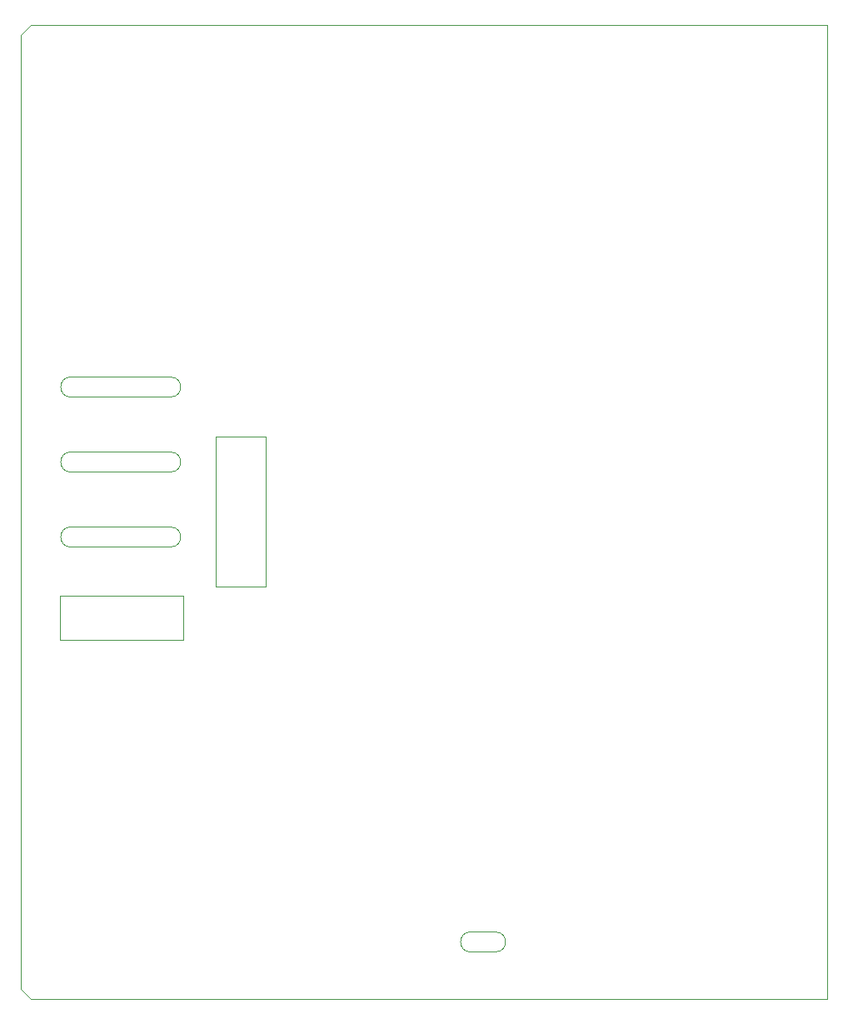
<source format=gbr>
%TF.GenerationSoftware,KiCad,Pcbnew,7.0.8*%
%TF.CreationDate,2023-10-27T09:14:47-04:00*%
%TF.ProjectId,bottom_mid_spacer,626f7474-6f6d-45f6-9d69-645f73706163,rev?*%
%TF.SameCoordinates,Original*%
%TF.FileFunction,Profile,NP*%
%FSLAX46Y46*%
G04 Gerber Fmt 4.6, Leading zero omitted, Abs format (unit mm)*
G04 Created by KiCad (PCBNEW 7.0.8) date 2023-10-27 09:14:47*
%MOMM*%
%LPD*%
G01*
G04 APERTURE LIST*
%TA.AperFunction,Profile*%
%ADD10C,0.100000*%
%TD*%
G04 APERTURE END LIST*
D10*
X5080000Y-1524000D02*
X15240000Y-1524000D01*
X1000000Y49500000D02*
X82000000Y49500000D01*
X15240000Y11684000D02*
G75*
G03*
X15240000Y13716000I0J1016000D01*
G01*
X5080000Y13716000D02*
G75*
G03*
X5080000Y11684000I0J-1016000D01*
G01*
X5080000Y-1524000D02*
G75*
G03*
X5080000Y-3556000I0J-1016000D01*
G01*
X15240000Y-3556000D02*
X5080000Y-3556000D01*
X15240000Y-3556000D02*
G75*
G03*
X15240000Y-1524000I0J1016000D01*
G01*
X15240000Y4064000D02*
G75*
G03*
X15240000Y6096000I0J1016000D01*
G01*
X45720000Y-42672000D02*
G75*
G03*
X45720000Y-44704000I0J-1016000D01*
G01*
X0Y-48500000D02*
X0Y48500000D01*
X45720000Y-42672000D02*
X48260000Y-42672000D01*
X0Y48500000D02*
X1000000Y49500000D01*
X1000000Y-49500000D02*
X0Y-48500000D01*
X48260000Y-44704000D02*
X45720000Y-44704000D01*
X19812000Y7620000D02*
X24892000Y7620000D01*
X24892000Y-7620000D01*
X19812000Y-7620000D01*
X19812000Y7620000D01*
X82000000Y-49500000D02*
X1000000Y-49500000D01*
X48260000Y-44704000D02*
G75*
G03*
X48260000Y-42672000I0J1016000D01*
G01*
X15240000Y11684000D02*
X5080000Y11684000D01*
X5080000Y6096000D02*
X15240000Y6096000D01*
X5080000Y13716000D02*
X15240000Y13716000D01*
X4000000Y-8500000D02*
X16500000Y-8500000D01*
X16500000Y-13000000D01*
X4000000Y-13000000D01*
X4000000Y-8500000D01*
X15240000Y4064000D02*
X5080000Y4064000D01*
X82000000Y49500000D02*
X82000000Y-49500000D01*
X5080000Y6096000D02*
G75*
G03*
X5080000Y4064000I0J-1016000D01*
G01*
M02*

</source>
